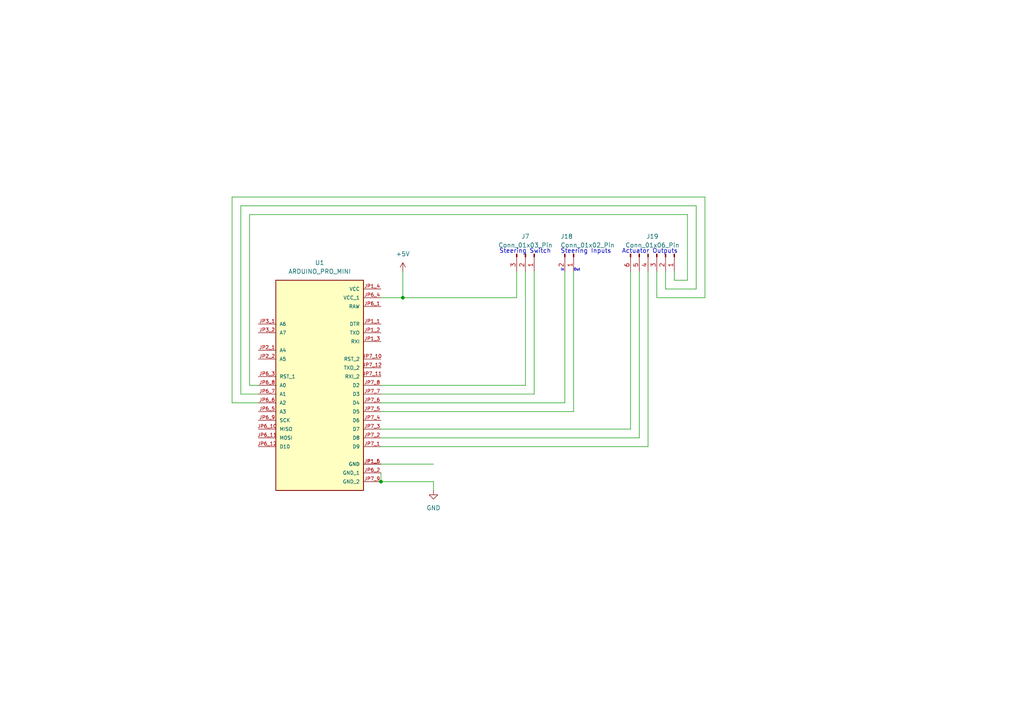
<source format=kicad_sch>
(kicad_sch (version 20230121) (generator eeschema)
  (paper "A4")
  (lib_symbols
    (symbol "ARDUINO_PRO_MINI:ARDUINO_PRO_MINI" (pin_names (offset 1.016))
      (property "Reference" "U" (at -12.7 31.75 0))
      (property "Value" "ARDUINO_PRO_MINI" (at -12.7 -33.02 0))
      (symbol "ARDUINO_PRO_MINI_0_0"
        (rectangle (start -12.7 -30.48) (end 12.7 30.48) (stroke (width 0.254)) (fill (type background)))
        (pin input line (at 17.78 17.78 180) (length 5.08) (name "DTR") (number "JP1_1"))
        (pin bidirectional line (at 17.78 15.24 180) (length 5.08) (name "TXO") (number "JP1_2"))
        (pin bidirectional line (at 17.78 12.7 180) (length 5.08) (name "RXI") (number "JP1_3"))
        (pin power_in line (at 17.78 27.94 180) (length 5.08) (name "VCC") (number "JP1_4"))
        (pin power_in line (at 17.78 -22.86 180) (length 5.08) (name "GND") (number "JP1_5"))
        (pin power_in line (at 17.78 -22.86 180) (length 5.08) (name "GND") (number "JP1_6"))
        (pin bidirectional line (at -17.78 10.16 0) (length 5.08) (name "A4") (number "JP2_1"))
        (pin bidirectional line (at -17.78 7.62 0) (length 5.08) (name "A5") (number "JP2_2"))
        (pin input line (at -17.78 17.78 0) (length 5.08) (name "A6") (number "JP3_1"))
        (pin input line (at -17.78 15.24 0) (length 5.08) (name "A7") (number "JP3_2"))
        (pin power_in line (at 17.78 22.86 180) (length 5.08) (name "RAW") (number "JP6_1"))
        (pin bidirectional line (at -17.78 -12.7 0) (length 5.08) (name "MISO") (number "JP6_10"))
        (pin bidirectional line (at -17.78 -15.24 0) (length 5.08) (name "MOSI") (number "JP6_11"))
        (pin bidirectional line (at -17.78 -17.78 0) (length 5.08) (name "D10") (number "JP6_12"))
        (pin power_in line (at 17.78 -25.4 180) (length 5.08) (name "GND_1") (number "JP6_2"))
        (pin input line (at -17.78 2.54 0) (length 5.08) (name "RST_1") (number "JP6_3"))
        (pin power_in line (at 17.78 25.4 180) (length 5.08) (name "VCC_1") (number "JP6_4"))
        (pin bidirectional line (at -17.78 -7.62 0) (length 5.08) (name "A3") (number "JP6_5"))
        (pin bidirectional line (at -17.78 -5.08 0) (length 5.08) (name "A2") (number "JP6_6"))
        (pin bidirectional line (at -17.78 -2.54 0) (length 5.08) (name "A1") (number "JP6_7"))
        (pin bidirectional line (at -17.78 0 0) (length 5.08) (name "A0") (number "JP6_8"))
        (pin bidirectional line (at -17.78 -10.16 0) (length 5.08) (name "SCK") (number "JP6_9"))
        (pin bidirectional line (at 17.78 -17.78 180) (length 5.08) (name "D9") (number "JP7_1"))
        (pin input line (at 17.78 7.62 180) (length 5.08) (name "RST_2") (number "JP7_10"))
        (pin bidirectional line (at 17.78 2.54 180) (length 5.08) (name "RXI_2") (number "JP7_11"))
        (pin bidirectional line (at 17.78 5.08 180) (length 5.08) (name "TXO_2") (number "JP7_12"))
        (pin bidirectional line (at 17.78 -15.24 180) (length 5.08) (name "D8") (number "JP7_2"))
        (pin bidirectional line (at 17.78 -12.7 180) (length 5.08) (name "D7") (number "JP7_3"))
        (pin bidirectional line (at 17.78 -10.16 180) (length 5.08) (name "D6") (number "JP7_4"))
        (pin bidirectional line (at 17.78 -7.62 180) (length 5.08) (name "D5") (number "JP7_5"))
        (pin bidirectional line (at 17.78 -5.08 180) (length 5.08) (name "D4") (number "JP7_6"))
        (pin bidirectional line (at 17.78 -2.54 180) (length 5.08) (name "D3") (number "JP7_7"))
        (pin bidirectional line (at 17.78 0 180) (length 5.08) (name "D2") (number "JP7_8"))
        (pin power_in line (at 17.78 -27.94 180) (length 5.08) (name "GND_2") (number "JP7_9"))
      )
    )
    (symbol "Connector:Conn_01x02_Pin" (pin_names (offset 1.016) hide)
      (property "Reference" "J" (at 0 2.54 0))
      (property "Value" "Conn_01x02_Pin" (at 0 -5.08 0))
      (symbol "Conn_01x02_Pin_1_1"
        (polyline (pts (xy 1.27 -2.54) (xy 0.8636 -2.54)) (stroke (width 0.1524)))
        (polyline (pts (xy 1.27 0) (xy 0.8636 0)) (stroke (width 0.1524)))
        (rectangle (start 0.8636 -2.413) (end 0 -2.667) (stroke (width 0.1524)) (fill (type outline)))
        (rectangle (start 0.8636 0.127) (end 0 -0.127) (stroke (width 0.1524)) (fill (type outline)))
        (pin passive line (at 5.08 0 180) (length 3.81) (name "Pin_1") (number "1"))
        (pin passive line (at 5.08 -2.54 180) (length 3.81) (name "Pin_2") (number "2"))
      )
    )
    (symbol "Connector:Conn_01x03_Pin" (pin_names (offset 1.016) hide)
      (property "Reference" "J" (at 0 5.08 0))
      (property "Value" "Conn_01x03_Pin" (at 0 -5.08 0))
      (symbol "Conn_01x03_Pin_1_1"
        (polyline (pts (xy 1.27 -2.54) (xy 0.8636 -2.54)) (stroke (width 0.1524)))
        (polyline (pts (xy 1.27 0) (xy 0.8636 0)) (stroke (width 0.1524)))
        (polyline (pts (xy 1.27 2.54) (xy 0.8636 2.54)) (stroke (width 0.1524)))
        (rectangle (start 0.8636 -2.413) (end 0 -2.667) (stroke (width 0.1524)) (fill (type outline)))
        (rectangle (start 0.8636 0.127) (end 0 -0.127) (stroke (width 0.1524)) (fill (type outline)))
        (rectangle (start 0.8636 2.667) (end 0 2.413) (stroke (width 0.1524)) (fill (type outline)))
        (pin passive line (at 5.08 2.54 180) (length 3.81) (name "Pin_1") (number "1"))
        (pin passive line (at 5.08 0 180) (length 3.81) (name "Pin_2") (number "2"))
        (pin passive line (at 5.08 -2.54 180) (length 3.81) (name "Pin_3") (number "3"))
      )
    )
    (symbol "Connector:Conn_01x06_Pin" (pin_names (offset 1.016) hide)
      (property "Reference" "J" (at 0 7.62 0))
      (property "Value" "Conn_01x06_Pin" (at 0 -10.16 0))
      (symbol "Conn_01x06_Pin_1_1"
        (polyline (pts (xy 1.27 -7.62) (xy 0.8636 -7.62)) (stroke (width 0.1524)))
        (polyline (pts (xy 1.27 -5.08) (xy 0.8636 -5.08)) (stroke (width 0.1524)))
        (polyline (pts (xy 1.27 -2.54) (xy 0.8636 -2.54)) (stroke (width 0.1524)))
        (polyline (pts (xy 1.27 0) (xy 0.8636 0)) (stroke (width 0.1524)))
        (polyline (pts (xy 1.27 2.54) (xy 0.8636 2.54)) (stroke (width 0.1524)))
        (polyline (pts (xy 1.27 5.08) (xy 0.8636 5.08)) (stroke (width 0.1524)))
        (rectangle (start 0.8636 -7.493) (end 0 -7.747) (stroke (width 0.1524)) (fill (type outline)))
        (rectangle (start 0.8636 -4.953) (end 0 -5.207) (stroke (width 0.1524)) (fill (type outline)))
        (rectangle (start 0.8636 -2.413) (end 0 -2.667) (stroke (width 0.1524)) (fill (type outline)))
        (rectangle (start 0.8636 0.127) (end 0 -0.127) (stroke (width 0.1524)) (fill (type outline)))
        (rectangle (start 0.8636 2.667) (end 0 2.413) (stroke (width 0.1524)) (fill (type outline)))
        (rectangle (start 0.8636 5.207) (end 0 4.953) (stroke (width 0.1524)) (fill (type outline)))
        (pin passive line (at 5.08 5.08 180) (length 3.81) (name "Pin_1") (number "1"))
        (pin passive line (at 5.08 2.54 180) (length 3.81) (name "Pin_2") (number "2"))
        (pin passive line (at 5.08 0 180) (length 3.81) (name "Pin_3") (number "3"))
        (pin passive line (at 5.08 -2.54 180) (length 3.81) (name "Pin_4") (number "4"))
        (pin passive line (at 5.08 -5.08 180) (length 3.81) (name "Pin_5") (number "5"))
        (pin passive line (at 5.08 -7.62 180) (length 3.81) (name "Pin_6") (number "6"))
      )
    )
    (symbol "power:+5V" (power) (pin_names (offset 0))
      (property "Value" "+5V" (at 0 3.556 0))
      (symbol "+5V_0_1"
        (polyline (pts (xy -0.762 1.27) (xy 0 2.54)))
        (polyline (pts (xy 0 0) (xy 0 2.54)))
        (polyline (pts (xy 0 2.54) (xy 0.762 1.27)))
      )
      (symbol "+5V_1_1"
        (pin power_in line (at 0 0 90) (length 0) hide (name "+5V") (number "1"))
      )
    )
    (symbol "power:GND" (power) (pin_names (offset 0))
      (property "Value" "GND" (at 0 -3.81 0))
      (symbol "GND_0_1"
        (polyline (pts (xy 0 0) (xy 0 -1.27) (xy 1.27 -1.27) (xy 0 -2.54) (xy -1.27 -1.27) (xy 0 -1.27)))
      )
      (symbol "GND_1_1"
        (pin power_in line (at 0 0 270) (length 0) hide (name "GND") (number "1"))
      )
    )
  )
  (junction (at 110.49 139.7))
  (junction (at 116.84 86.36))
  (wire (pts (xy 69.85 59.69) (xy 69.85 114.3)))
  (wire (pts (xy 201.93 83.82) (xy 201.93 59.69)))
  (wire (pts (xy 149.86 86.36) (xy 149.86 78.74)))
  (wire (pts (xy 187.96 78.74) (xy 187.96 129.54)))
  (wire (pts (xy 166.37 78.74) (xy 166.37 119.38)))
  (wire (pts (xy 182.88 78.74) (xy 182.88 124.46)))
  (wire (pts (xy 185.42 127) (xy 110.49 127)))
  (wire (pts (xy 166.37 119.38) (xy 110.49 119.38)))
  (wire (pts (xy 110.49 111.76) (xy 152.4 111.76)))
  (wire (pts (xy 125.73 134.62) (xy 110.49 134.62)))
  (wire (pts (xy 199.39 81.28) (xy 199.39 62.23)))
  (wire (pts (xy 72.39 111.76) (xy 74.93 111.76)))
  (wire (pts (xy 195.58 81.28) (xy 199.39 81.28)))
  (wire (pts (xy 154.94 78.74) (xy 154.94 114.3)))
  (wire (pts (xy 187.96 129.54) (xy 110.49 129.54)))
  (wire (pts (xy 67.31 57.15) (xy 204.47 57.15)))
  (wire (pts (xy 72.39 62.23) (xy 199.39 62.23)))
  (wire (pts (xy 193.04 83.82) (xy 201.93 83.82)))
  (wire (pts (xy 67.31 57.15) (xy 67.31 116.84)))
  (wire (pts (xy 110.49 139.7) (xy 125.73 139.7)))
  (wire (pts (xy 69.85 59.69) (xy 201.93 59.69)))
  (wire (pts (xy 110.49 86.36) (xy 116.84 86.36)))
  (wire (pts (xy 67.31 116.84) (xy 74.93 116.84)))
  (wire (pts (xy 190.5 86.36) (xy 204.47 86.36)))
  (wire (pts (xy 72.39 62.23) (xy 72.39 111.76)))
  (wire (pts (xy 204.47 86.36) (xy 204.47 57.15)))
  (wire (pts (xy 116.84 86.36) (xy 149.86 86.36)))
  (wire (pts (xy 110.49 137.16) (xy 110.49 139.7)))
  (wire (pts (xy 116.84 78.74) (xy 116.84 86.36)))
  (wire (pts (xy 193.04 78.74) (xy 193.04 83.82)))
  (wire (pts (xy 125.73 139.7) (xy 125.73 142.24)))
  (wire (pts (xy 190.5 78.74) (xy 190.5 86.36)))
  (wire (pts (xy 69.85 114.3) (xy 74.93 114.3)))
  (wire (pts (xy 163.83 78.74) (xy 163.83 116.84)))
  (wire (pts (xy 163.83 116.84) (xy 110.49 116.84)))
  (wire (pts (xy 154.94 114.3) (xy 110.49 114.3)))
  (wire (pts (xy 185.42 78.74) (xy 185.42 127)))
  (wire (pts (xy 152.4 111.76) (xy 152.4 78.74)))
  (wire (pts (xy 195.58 78.74) (xy 195.58 81.28)))
  (wire (pts (xy 182.88 124.46) (xy 110.49 124.46)))
  (text "Steering Switch" (at 144.78 73.66 0) (effects (font (size 1.27 1.27)) (justify left bottom)))
  (text "Out" (at 166.37 78.74 0) (effects (font (size 0.7 0.7)) (justify left bottom)))
  (text "Actuator Outputs" (at 180.34 73.66 0) (effects (font (size 1.27 1.27)) (justify left bottom)))
  (text "Steering Inputs" (at 162.56 73.66 0) (effects (font (size 1.27 1.27)) (justify left bottom)))
  (text "In" (at 162.56 78.74 0) (effects (font (size 0.7 0.7)) (justify left bottom)))
  (symbol (lib_id "power:GND") (at 125.73 142.24 0) (unit 1)
    (property "Reference" "#PWR01" (effects hide))
    (property "Value" "GND" (at 125.73 147.32 0))
  )
  (symbol (lib_id "Connector:Conn_01x03_Pin") (at 152.4 73.66 270) (unit 1)
    (property "Reference" "J7" (at 152.4 68.58 90))
    (property "Value" "Conn_01x03_Pin" (at 152.4 71.12 90))
  )
  (symbol (lib_id "power:+5V") (at 116.84 78.74 0) (unit 1)
    (property "Reference" "#PWR02" (effects hide))
    (property "Value" "+5V" (at 116.84 73.66 0))
  )
  (symbol (lib_id "Connector:Conn_01x06_Pin") (at 190.5 73.66 270) (unit 1)
    (property "Reference" "J19" (at 189.23 68.58 90))
    (property "Value" "Conn_01x06_Pin" (at 189.23 71.12 90))
    (instances (project "Motherboard23-24" (path "" (reference "J19") (unit 1)) (path "" (reference "J8") (unit 1))))
  )
  (symbol (lib_id "Connector:Conn_01x02_Pin") (at 166.37 73.66 270) (unit 1)
    (property "Reference" "J18" (at 162.56 68.58 90) (effects (justify left)))
    (property "Value" "Conn_01x02_Pin" (at 162.56 71.12 90) (effects (justify left)))
  )
  (symbol (lib_id "ARDUINO_PRO_MINI:ARDUINO_PRO_MINI") (at 92.71 111.76 0) (unit 1)
    (property "Reference" "U1" (at 92.71 76.2 0))
    (property "Value" "ARDUINO_PRO_MINI" (at 92.71 78.74 0))
    (property "Footprint" "ARDUINO_PRO_MINI:MODULE_ARDUINO_PRO_MINI" (effects hide))
    (property "MF" "Arduino" (effects hide))
    (property "MAXIMUM_PACKAGE_HEIGHT" "N/A" (effects hide))
    (property "Package" "None" (effects hide))
    (property "Price" "None" (effects hide))
    (property "Check_prices" "https://www.snapeda.com/parts/Arduino%20Pro%20Mini/Arduino/view-part/?ref=eda" (effects hide))
    (property "STANDARD" "Manufacturer Recommendations" (effects hide))
    (property "PARTREV" "N/A" (effects hide))
    (property "SnapEDA_Link" "https://www.snapeda.com/parts/Arduino%20Pro%20Mini/Arduino/view-part/?ref=snap" (effects hide))
    (property "MP" "Arduino Pro Mini" (effects hide))
    (property "Description" "\nThis board was developed for applications and installations where space is premium and projects are made as permanent set ups. Small, available in 3.3 V and 5 V versions, powered by ATmega328P.\n" (effects hide))
    (property "Availability" "In Stock" (effects hide))
    (property "MANUFACTURER" "SparkFun Electronics" (effects hide))
    (instances (project "Motherboard23-24" (path "" (reference "U1") (unit 1)) (path "" (reference "U2") (unit 1))))
  )
)
</source>
